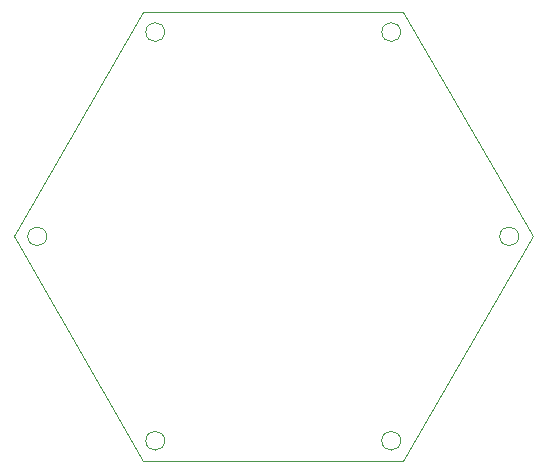
<source format=gbr>
%TF.GenerationSoftware,KiCad,Pcbnew,(6.0.8-1)-1*%
%TF.CreationDate,2022-11-30T21:47:03-05:00*%
%TF.ProjectId,Untitled,556e7469-746c-4656-942e-6b696361645f,rev?*%
%TF.SameCoordinates,Original*%
%TF.FileFunction,Profile,NP*%
%FSLAX46Y46*%
G04 Gerber Fmt 4.6, Leading zero omitted, Abs format (unit mm)*
G04 Created by KiCad (PCBNEW (6.0.8-1)-1) date 2022-11-30 21:47:03*
%MOMM*%
%LPD*%
G01*
G04 APERTURE LIST*
%TA.AperFunction,Profile*%
%ADD10C,0.100000*%
%TD*%
G04 APERTURE END LIST*
D10*
X94550000Y-75310000D02*
G75*
G03*
X94550000Y-75310000I-800000J0D01*
G01*
X84560000Y-58010000D02*
G75*
G03*
X84560000Y-58010000I-800000J0D01*
G01*
X92750000Y-38980000D02*
X81760000Y-58010000D01*
X114530000Y-75310000D02*
G75*
G03*
X114530000Y-75310000I-800000J0D01*
G01*
X114730000Y-38980000D02*
X92750000Y-38980000D01*
X92750000Y-77040000D02*
X114730000Y-77040000D01*
X81760000Y-58010000D02*
X92750000Y-77040000D01*
X125720000Y-58010000D02*
X114730000Y-77040000D01*
X124520000Y-58010000D02*
G75*
G03*
X124520000Y-58010000I-800000J0D01*
G01*
X114530000Y-40710000D02*
G75*
G03*
X114530000Y-40710000I-800000J0D01*
G01*
X94550000Y-40710000D02*
G75*
G03*
X94550000Y-40710000I-800000J0D01*
G01*
X125720000Y-58010000D02*
X114730000Y-38980000D01*
M02*

</source>
